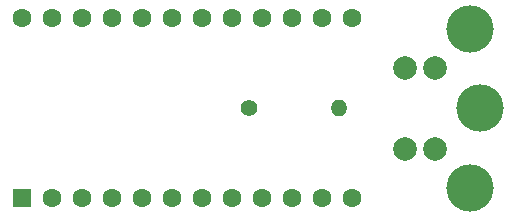
<source format=gbs>
G04 #@! TF.GenerationSoftware,KiCad,Pcbnew,8.0.3*
G04 #@! TF.CreationDate,2024-06-25T16:21:06+09:00*
G04 #@! TF.ProjectId,adb-usb-converter,6164622d-7573-4622-9d63-6f6e76657274,rev?*
G04 #@! TF.SameCoordinates,Original*
G04 #@! TF.FileFunction,Soldermask,Bot*
G04 #@! TF.FilePolarity,Negative*
%FSLAX46Y46*%
G04 Gerber Fmt 4.6, Leading zero omitted, Abs format (unit mm)*
G04 Created by KiCad (PCBNEW 8.0.3) date 2024-06-25 16:21:06*
%MOMM*%
%LPD*%
G01*
G04 APERTURE LIST*
%ADD10C,4.000000*%
%ADD11C,2.000000*%
%ADD12C,1.400000*%
%ADD13O,1.400000X1.400000*%
%ADD14R,1.600000X1.600000*%
%ADD15C,1.600000*%
G04 APERTURE END LIST*
D10*
X144950000Y6750000D03*
X145750000Y0D03*
X144950000Y-6750000D03*
D11*
X141950000Y3400000D03*
X139450000Y3400000D03*
X141950000Y-3400000D03*
X139450000Y-3400000D03*
D12*
X126238000Y0D03*
D13*
X133858000Y0D03*
D14*
X106965001Y-7620000D03*
D15*
X109505001Y-7620000D03*
X112045001Y-7620000D03*
X114585001Y-7620000D03*
X117125001Y-7620000D03*
X119665001Y-7620000D03*
X122205001Y-7620000D03*
X124745001Y-7620000D03*
X127285001Y-7620000D03*
X129825001Y-7620000D03*
X132365001Y-7620000D03*
X134905001Y-7620000D03*
X134905001Y7620000D03*
X132365001Y7620000D03*
X129825001Y7620000D03*
X127285001Y7620000D03*
X124745001Y7620000D03*
X122205001Y7620000D03*
X119665001Y7620000D03*
X117125001Y7620000D03*
X114585001Y7620000D03*
X112045001Y7620000D03*
X109505001Y7620000D03*
X106965001Y7620000D03*
M02*

</source>
